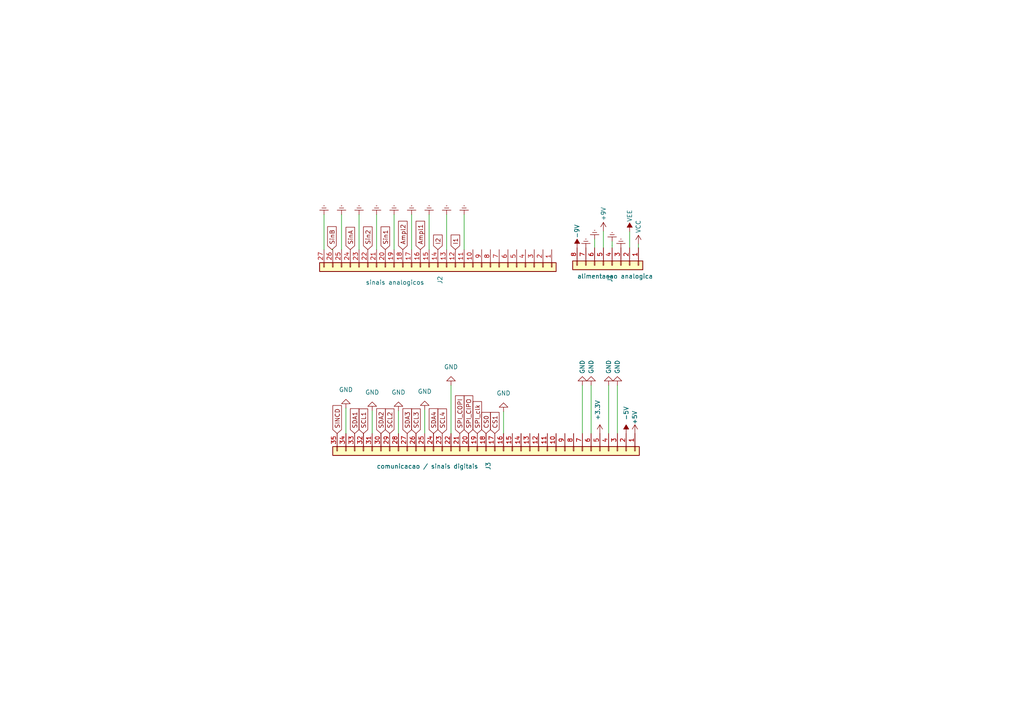
<source format=kicad_sch>
(kicad_sch (version 20230121) (generator eeschema)
  (paper "A4")
  (title_block (title "Fonte de tensao LM675") (date "2023-08-14") (rev "v02") (company "EITduino") (comment 1 "Autor: Gustavo Pinheiro") (comment 2 "Barramento proposto para uma placa 90x100 mm") (comment 3 "Placa face simples") (comment 4 "Pinos AGND e DGND"))
  (lib_symbols
    (symbol "Connector_Generic:Conn_01x08" (pin_names (offset 1.016) hide)
      (property "Reference" "J" (at 0 10.16 0))
      (property "Value" "Conn_01x08" (at 0 -12.7 0))
      (symbol "Conn_01x08_1_1"
        (rectangle (start -1.27 -10.033) (end 0 -10.287) (stroke (width 0.1524)))
        (rectangle (start -1.27 -7.493) (end 0 -7.747) (stroke (width 0.1524)))
        (rectangle (start -1.27 -4.953) (end 0 -5.207) (stroke (width 0.1524)))
        (rectangle (start -1.27 -2.413) (end 0 -2.667) (stroke (width 0.1524)))
        (rectangle (start -1.27 0.127) (end 0 -0.127) (stroke (width 0.1524)))
        (rectangle (start -1.27 2.667) (end 0 2.413) (stroke (width 0.1524)))
        (rectangle (start -1.27 5.207) (end 0 4.953) (stroke (width 0.1524)))
        (rectangle (start -1.27 7.747) (end 0 7.493) (stroke (width 0.1524)))
        (rectangle (start -1.27 8.89) (end 1.27 -11.43) (stroke (width 0.254)) (fill (type background)))
        (pin passive line (at -5.08 7.62 0) (length 3.81) (name "Pin_1") (number "1"))
        (pin passive line (at -5.08 5.08 0) (length 3.81) (name "Pin_2") (number "2"))
        (pin passive line (at -5.08 2.54 0) (length 3.81) (name "Pin_3") (number "3"))
        (pin passive line (at -5.08 0 0) (length 3.81) (name "Pin_4") (number "4"))
        (pin passive line (at -5.08 -2.54 0) (length 3.81) (name "Pin_5") (number "5"))
        (pin passive line (at -5.08 -5.08 0) (length 3.81) (name "Pin_6") (number "6"))
        (pin passive line (at -5.08 -7.62 0) (length 3.81) (name "Pin_7") (number "7"))
        (pin passive line (at -5.08 -10.16 0) (length 3.81) (name "Pin_8") (number "8"))
      )
    )
    (symbol "Connector_Generic:Conn_01x27" (pin_names (offset 1.016) hide)
      (property "Reference" "J" (at 0 35.56 0))
      (property "Value" "Conn_01x27" (at 0 -35.56 0))
      (symbol "Conn_01x27_1_1"
        (rectangle (start -1.27 -32.893) (end 0 -33.147) (stroke (width 0.1524)))
        (rectangle (start -1.27 -30.353) (end 0 -30.607) (stroke (width 0.1524)))
        (rectangle (start -1.27 -27.813) (end 0 -28.067) (stroke (width 0.1524)))
        (rectangle (start -1.27 -25.273) (end 0 -25.527) (stroke (width 0.1524)))
        (rectangle (start -1.27 -22.733) (end 0 -22.987) (stroke (width 0.1524)))
        (rectangle (start -1.27 -20.193) (end 0 -20.447) (stroke (width 0.1524)))
        (rectangle (start -1.27 -17.653) (end 0 -17.907) (stroke (width 0.1524)))
        (rectangle (start -1.27 -15.113) (end 0 -15.367) (stroke (width 0.1524)))
        (rectangle (start -1.27 -12.573) (end 0 -12.827) (stroke (width 0.1524)))
        (rectangle (start -1.27 -10.033) (end 0 -10.287) (stroke (width 0.1524)))
        (rectangle (start -1.27 -7.493) (end 0 -7.747) (stroke (width 0.1524)))
        (rectangle (start -1.27 -4.953) (end 0 -5.207) (stroke (width 0.1524)))
        (rectangle (start -1.27 -2.413) (end 0 -2.667) (stroke (width 0.1524)))
        (rectangle (start -1.27 0.127) (end 0 -0.127) (stroke (width 0.1524)))
        (rectangle (start -1.27 2.667) (end 0 2.413) (stroke (width 0.1524)))
        (rectangle (start -1.27 5.207) (end 0 4.953) (stroke (width 0.1524)))
        (rectangle (start -1.27 7.747) (end 0 7.493) (stroke (width 0.1524)))
        (rectangle (start -1.27 10.287) (end 0 10.033) (stroke (width 0.1524)))
        (rectangle (start -1.27 12.827) (end 0 12.573) (stroke (width 0.1524)))
        (rectangle (start -1.27 15.367) (end 0 15.113) (stroke (width 0.1524)))
        (rectangle (start -1.27 17.907) (end 0 17.653) (stroke (width 0.1524)))
        (rectangle (start -1.27 20.447) (end 0 20.193) (stroke (width 0.1524)))
        (rectangle (start -1.27 22.987) (end 0 22.733) (stroke (width 0.1524)))
        (rectangle (start -1.27 25.527) (end 0 25.273) (stroke (width 0.1524)))
        (rectangle (start -1.27 28.067) (end 0 27.813) (stroke (width 0.1524)))
        (rectangle (start -1.27 30.607) (end 0 30.353) (stroke (width 0.1524)))
        (rectangle (start -1.27 33.147) (end 0 32.893) (stroke (width 0.1524)))
        (rectangle (start -1.27 34.29) (end 1.27 -34.29) (stroke (width 0.254)) (fill (type background)))
        (pin passive line (at -5.08 33.02 0) (length 3.81) (name "Pin_1") (number "1"))
        (pin passive line (at -5.08 10.16 0) (length 3.81) (name "Pin_10") (number "10"))
        (pin passive line (at -5.08 7.62 0) (length 3.81) (name "Pin_11") (number "11"))
        (pin passive line (at -5.08 5.08 0) (length 3.81) (name "Pin_12") (number "12"))
        (pin passive line (at -5.08 2.54 0) (length 3.81) (name "Pin_13") (number "13"))
        (pin passive line (at -5.08 0 0) (length 3.81) (name "Pin_14") (number "14"))
        (pin passive line (at -5.08 -2.54 0) (length 3.81) (name "Pin_15") (number "15"))
        (pin passive line (at -5.08 -5.08 0) (length 3.81) (name "Pin_16") (number "16"))
        (pin passive line (at -5.08 -7.62 0) (length 3.81) (name "Pin_17") (number "17"))
        (pin passive line (at -5.08 -10.16 0) (length 3.81) (name "Pin_18") (number "18"))
        (pin passive line (at -5.08 -12.7 0) (length 3.81) (name "Pin_19") (number "19"))
        (pin passive line (at -5.08 30.48 0) (length 3.81) (name "Pin_2") (number "2"))
        (pin passive line (at -5.08 -15.24 0) (length 3.81) (name "Pin_20") (number "20"))
        (pin passive line (at -5.08 -17.78 0) (length 3.81) (name "Pin_21") (number "21"))
        (pin passive line (at -5.08 -20.32 0) (length 3.81) (name "Pin_22") (number "22"))
        (pin passive line (at -5.08 -22.86 0) (length 3.81) (name "Pin_23") (number "23"))
        (pin passive line (at -5.08 -25.4 0) (length 3.81) (name "Pin_24") (number "24"))
        (pin passive line (at -5.08 -27.94 0) (length 3.81) (name "Pin_25") (number "25"))
        (pin passive line (at -5.08 -30.48 0) (length 3.81) (name "Pin_26") (number "26"))
        (pin passive line (at -5.08 -33.02 0) (length 3.81) (name "Pin_27") (number "27"))
        (pin passive line (at -5.08 27.94 0) (length 3.81) (name "Pin_3") (number "3"))
        (pin passive line (at -5.08 25.4 0) (length 3.81) (name "Pin_4") (number "4"))
        (pin passive line (at -5.08 22.86 0) (length 3.81) (name "Pin_5") (number "5"))
        (pin passive line (at -5.08 20.32 0) (length 3.81) (name "Pin_6") (number "6"))
        (pin passive line (at -5.08 17.78 0) (length 3.81) (name "Pin_7") (number "7"))
        (pin passive line (at -5.08 15.24 0) (length 3.81) (name "Pin_8") (number "8"))
        (pin passive line (at -5.08 12.7 0) (length 3.81) (name "Pin_9") (number "9"))
      )
    )
    (symbol "Connector_Generic:Conn_01x35" (pin_names (offset 1.016) hide)
      (property "Reference" "J" (at 0 45.72 0))
      (property "Value" "Conn_01x35" (at 0 -45.72 0))
      (symbol "Conn_01x35_1_1"
        (rectangle (start -1.27 -43.053) (end 0 -43.307) (stroke (width 0.1524)))
        (rectangle (start -1.27 -40.513) (end 0 -40.767) (stroke (width 0.1524)))
        (rectangle (start -1.27 -37.973) (end 0 -38.227) (stroke (width 0.1524)))
        (rectangle (start -1.27 -35.433) (end 0 -35.687) (stroke (width 0.1524)))
        (rectangle (start -1.27 -32.893) (end 0 -33.147) (stroke (width 0.1524)))
        (rectangle (start -1.27 -30.353) (end 0 -30.607) (stroke (width 0.1524)))
        (rectangle (start -1.27 -27.813) (end 0 -28.067) (stroke (width 0.1524)))
        (rectangle (start -1.27 -25.273) (end 0 -25.527) (stroke (width 0.1524)))
        (rectangle (start -1.27 -22.733) (end 0 -22.987) (stroke (width 0.1524)))
        (rectangle (start -1.27 -20.193) (end 0 -20.447) (stroke (width 0.1524)))
        (rectangle (start -1.27 -17.653) (end 0 -17.907) (stroke (width 0.1524)))
        (rectangle (start -1.27 -15.113) (end 0 -15.367) (stroke (width 0.1524)))
        (rectangle (start -1.27 -12.573) (end 0 -12.827) (stroke (width 0.1524)))
        (rectangle (start -1.27 -10.033) (end 0 -10.287) (stroke (width 0.1524)))
        (rectangle (start -1.27 -7.493) (end 0 -7.747) (stroke (width 0.1524)))
        (rectangle (start -1.27 -4.953) (end 0 -5.207) (stroke (width 0.1524)))
        (rectangle (start -1.27 -2.413) (end 0 -2.667) (stroke (width 0.1524)))
        (rectangle (start -1.27 0.127) (end 0 -0.127) (stroke (width 0.1524)))
        (rectangle (start -1.27 2.667) (end 0 2.413) (stroke (width 0.1524)))
        (rectangle (start -1.27 5.207) (end 0 4.953) (stroke (width 0.1524)))
        (rectangle (start -1.27 7.747) (end 0 7.493) (stroke (width 0.1524)))
        (rectangle (start -1.27 10.287) (end 0 10.033) (stroke (width 0.1524)))
        (rectangle (start -1.27 12.827) (end 0 12.573) (stroke (width 0.1524)))
        (rectangle (start -1.27 15.367) (end 0 15.113) (stroke (width 0.1524)))
        (rectangle (start -1.27 17.907) (end 0 17.653) (stroke (width 0.1524)))
        (rectangle (start -1.27 20.447) (end 0 20.193) (stroke (width 0.1524)))
        (rectangle (start -1.27 22.987) (end 0 22.733) (stroke (width 0.1524)))
        (rectangle (start -1.27 25.527) (end 0 25.273) (stroke (width 0.1524)))
        (rectangle (start -1.27 28.067) (end 0 27.813) (stroke (width 0.1524)))
        (rectangle (start -1.27 30.607) (end 0 30.353) (stroke (width 0.1524)))
        (rectangle (start -1.27 33.147) (end 0 32.893) (stroke (width 0.1524)))
        (rectangle (start -1.27 35.687) (end 0 35.433) (stroke (width 0.1524)))
        (rectangle (start -1.27 38.227) (end 0 37.973) (stroke (width 0.1524)))
        (rectangle (start -1.27 40.767) (end 0 40.513) (stroke (width 0.1524)))
        (rectangle (start -1.27 43.307) (end 0 43.053) (stroke (width 0.1524)))
        (rectangle (start -1.27 44.45) (end 1.27 -44.45) (stroke (width 0.254)) (fill (type background)))
        (pin passive line (at -5.08 43.18 0) (length 3.81) (name "Pin_1") (number "1"))
        (pin passive line (at -5.08 20.32 0) (length 3.81) (name "Pin_10") (number "10"))
        (pin passive line (at -5.08 17.78 0) (length 3.81) (name "Pin_11") (number "11"))
        (pin passive line (at -5.08 15.24 0) (length 3.81) (name "Pin_12") (number "12"))
        (pin passive line (at -5.08 12.7 0) (length 3.81) (name "Pin_13") (number "13"))
        (pin passive line (at -5.08 10.16 0) (length 3.81) (name "Pin_14") (number "14"))
        (pin passive line (at -5.08 7.62 0) (length 3.81) (name "Pin_15") (number "15"))
        (pin passive line (at -5.08 5.08 0) (length 3.81) (name "Pin_16") (number "16"))
        (pin passive line (at -5.08 2.54 0) (length 3.81) (name "Pin_17") (number "17"))
        (pin passive line (at -5.08 0 0) (length 3.81) (name "Pin_18") (number "18"))
        (pin passive line (at -5.08 -2.54 0) (length 3.81) (name "Pin_19") (number "19"))
        (pin passive line (at -5.08 40.64 0) (length 3.81) (name "Pin_2") (number "2"))
        (pin passive line (at -5.08 -5.08 0) (length 3.81) (name "Pin_20") (number "20"))
        (pin passive line (at -5.08 -7.62 0) (length 3.81) (name "Pin_21") (number "21"))
        (pin passive line (at -5.08 -10.16 0) (length 3.81) (name "Pin_22") (number "22"))
        (pin passive line (at -5.08 -12.7 0) (length 3.81) (name "Pin_23") (number "23"))
        (pin passive line (at -5.08 -15.24 0) (length 3.81) (name "Pin_24") (number "24"))
        (pin passive line (at -5.08 -17.78 0) (length 3.81) (name "Pin_25") (number "25"))
        (pin passive line (at -5.08 -20.32 0) (length 3.81) (name "Pin_26") (number "26"))
        (pin passive line (at -5.08 -22.86 0) (length 3.81) (name "Pin_27") (number "27"))
        (pin passive line (at -5.08 -25.4 0) (length 3.81) (name "Pin_28") (number "28"))
        (pin passive line (at -5.08 -27.94 0) (length 3.81) (name "Pin_29") (number "29"))
        (pin passive line (at -5.08 38.1 0) (length 3.81) (name "Pin_3") (number "3"))
        (pin passive line (at -5.08 -30.48 0) (length 3.81) (name "Pin_30") (number "30"))
        (pin passive line (at -5.08 -33.02 0) (length 3.81) (name "Pin_31") (number "31"))
        (pin passive line (at -5.08 -35.56 0) (length 3.81) (name "Pin_32") (number "32"))
        (pin passive line (at -5.08 -38.1 0) (length 3.81) (name "Pin_33") (number "33"))
        (pin passive line (at -5.08 -40.64 0) (length 3.81) (name "Pin_34") (number "34"))
        (pin passive line (at -5.08 -43.18 0) (length 3.81) (name "Pin_35") (number "35"))
        (pin passive line (at -5.08 35.56 0) (length 3.81) (name "Pin_4") (number "4"))
        (pin passive line (at -5.08 33.02 0) (length 3.81) (name "Pin_5") (number "5"))
        (pin passive line (at -5.08 30.48 0) (length 3.81) (name "Pin_6") (number "6"))
        (pin passive line (at -5.08 27.94 0) (length 3.81) (name "Pin_7") (number "7"))
        (pin passive line (at -5.08 25.4 0) (length 3.81) (name "Pin_8") (number "8"))
        (pin passive line (at -5.08 22.86 0) (length 3.81) (name "Pin_9") (number "9"))
      )
    )
    (symbol "power:+3.3V" (power) (pin_names (offset 0))
      (property "Value" "+3.3V" (at 0 3.556 0))
      (symbol "+3.3V_0_1"
        (polyline (pts (xy -0.762 1.27) (xy 0 2.54)))
        (polyline (pts (xy 0 0) (xy 0 2.54)))
        (polyline (pts (xy 0 2.54) (xy 0.762 1.27)))
      )
      (symbol "+3.3V_1_1"
        (pin power_in line (at 0 0 90) (length 0) hide (name "+3.3V") (number "1"))
      )
    )
    (symbol "power:+5V" (power) (pin_names (offset 0))
      (property "Value" "+5V" (at 0 3.556 0))
      (symbol "+5V_0_1"
        (polyline (pts (xy -0.762 1.27) (xy 0 2.54)))
        (polyline (pts (xy 0 0) (xy 0 2.54)))
        (polyline (pts (xy 0 2.54) (xy 0.762 1.27)))
      )
      (symbol "+5V_1_1"
        (pin power_in line (at 0 0 90) (length 0) hide (name "+5V") (number "1"))
      )
    )
    (symbol "power:+9V" (power) (pin_names (offset 0))
      (property "Value" "+9V" (at 0 3.556 0))
      (symbol "+9V_0_1"
        (polyline (pts (xy -0.762 1.27) (xy 0 2.54)))
        (polyline (pts (xy 0 0) (xy 0 2.54)))
        (polyline (pts (xy 0 2.54) (xy 0.762 1.27)))
      )
      (symbol "+9V_1_1"
        (pin power_in line (at 0 0 90) (length 0) hide (name "+9V") (number "1"))
      )
    )
    (symbol "power:-5V" (power) (pin_names (offset 0))
      (property "Value" "-5V" (at 0 3.81 0))
      (symbol "-5V_0_0"
        (pin power_in line (at 0 0 90) (length 0) hide (name "-5V") (number "1"))
      )
      (symbol "-5V_0_1"
        (polyline (pts (xy 0 0) (xy 0 1.27) (xy 0.762 1.27) (xy 0 2.54) (xy -0.762 1.27) (xy 0 1.27)) (fill (type outline)))
      )
    )
    (symbol "power:-9V" (power) (pin_names (offset 0))
      (property "Value" "-9V" (at 0 3.81 0))
      (symbol "-9V_0_1"
        (polyline (pts (xy 0 0) (xy 0 2.54)))
        (polyline (pts (xy 0.762 1.27) (xy -0.762 1.27) (xy 0 2.54) (xy 0.762 1.27)) (fill (type outline)))
      )
      (symbol "-9V_1_1"
        (pin power_in line (at 0 0 90) (length 0) hide (name "-9V") (number "1"))
      )
    )
    (symbol "power:Earth" (power) (pin_names (offset 0))
      (symbol "Earth_0_1"
        (polyline (pts (xy -0.635 -1.905) (xy 0.635 -1.905)))
        (polyline (pts (xy -0.127 -2.54) (xy 0.127 -2.54)))
        (polyline (pts (xy 0 -1.27) (xy 0 0)))
        (polyline (pts (xy 1.27 -1.27) (xy -1.27 -1.27)))
      )
      (symbol "Earth_1_1"
        (pin power_in line (at 0 0 270) (length 0) hide (name "Earth") (number "1"))
      )
    )
    (symbol "power:GND" (power) (pin_names (offset 0))
      (property "Value" "GND" (at 0 -3.81 0))
      (symbol "GND_0_1"
        (polyline (pts (xy 0 0) (xy 0 -1.27) (xy 1.27 -1.27) (xy 0 -2.54) (xy -1.27 -1.27) (xy 0 -1.27)))
      )
      (symbol "GND_1_1"
        (pin power_in line (at 0 0 270) (length 0) hide (name "GND") (number "1"))
      )
    )
    (symbol "power:VCC" (power) (pin_names (offset 0))
      (property "Value" "VCC" (at 0 3.81 0))
      (symbol "VCC_0_1"
        (polyline (pts (xy -0.762 1.27) (xy 0 2.54)))
        (polyline (pts (xy 0 0) (xy 0 2.54)))
        (polyline (pts (xy 0 2.54) (xy 0.762 1.27)))
      )
      (symbol "VCC_1_1"
        (pin power_in line (at 0 0 90) (length 0) hide (name "VCC") (number "1"))
      )
    )
    (symbol "power:VEE" (power) (pin_names (offset 0))
      (property "Value" "VEE" (at 0 3.81 0))
      (symbol "VEE_0_1"
        (polyline (pts (xy 0 0) (xy 0 2.54)))
        (polyline (pts (xy 0.762 1.27) (xy -0.762 1.27) (xy 0 2.54) (xy 0.762 1.27)) (fill (type outline)))
      )
      (symbol "VEE_1_1"
        (pin power_in line (at 0 0 90) (length 0) hide (name "VEE") (number "1"))
      )
    )
  )
  (wire (pts (xy 93.98 62.23) (xy 93.98 72.39)))
  (wire (pts (xy 175.006 67.056) (xy 175.006 71.882)))
  (wire (pts (xy 104.14 62.23) (xy 104.14 72.39)))
  (wire (pts (xy 168.91 111.76) (xy 168.91 125.73)))
  (wire (pts (xy 107.95 119.126) (xy 107.95 125.73)))
  (wire (pts (xy 171.45 111.76) (xy 171.45 125.73)))
  (wire (pts (xy 177.5443 71.202) (xy 177.546 71.202)))
  (wire (pts (xy 99.06 62.23) (xy 99.06 72.39)))
  (wire (pts (xy 129.54 62.23) (xy 129.54 72.39)))
  (wire (pts (xy 177.5443 69.9906) (xy 177.5443 71.202)))
  (wire (pts (xy 172.466 69.342) (xy 172.466 71.882)))
  (wire (pts (xy 146.05 119.38) (xy 146.05 125.73)))
  (wire (pts (xy 134.62 62.23) (xy 134.62 72.39)))
  (wire (pts (xy 182.6262 67.1989) (xy 182.6262 71.882)))
  (wire (pts (xy 182.6262 71.882) (xy 182.626 71.882)))
  (wire (pts (xy 177.546 71.202) (xy 177.546 71.882)))
  (wire (pts (xy 114.3 62.23) (xy 114.3 72.39)))
  (wire (pts (xy 176.53 111.76) (xy 176.53 125.73)))
  (wire (pts (xy 115.57 119.126) (xy 115.57 125.73)))
  (wire (pts (xy 185.1672 70.775) (xy 185.1672 71.882)))
  (wire (pts (xy 179.07 111.76) (xy 179.07 125.73)))
  (wire (pts (xy 185.166 71.882) (xy 185.1672 71.882)))
  (wire (pts (xy 96.52 72.39) (xy 96.266 72.39)))
  (wire (pts (xy 100.33 118.364) (xy 100.33 125.73)))
  (wire (pts (xy 119.38 62.23) (xy 119.38 72.39)))
  (wire (pts (xy 123.19 118.872) (xy 123.19 125.73)))
  (wire (pts (xy 109.22 62.23) (xy 109.22 72.39)))
  (wire (pts (xy 130.81 111.76) (xy 130.81 125.73)))
  (wire (pts (xy 124.46 62.23) (xy 124.46 72.39)))
  (global_label "SPI_clk" (shape input) (at 138.43 125.73 90) (property "Intersheetrefs" "${INTERSHEET_REFS}" (effects hide)))
  (global_label "I1" (shape input) (at 132.08 72.39 90) (property "Intersheetrefs" "${INTERSHEET_REFS}" (effects hide)))
  (global_label "SDA3" (shape input) (at 118.11 125.73 90) (property "Intersheetrefs" "${INTERSHEET_REFS}" (effects hide)))
  (global_label "CS1" (shape input) (at 143.51 125.73 90) (property "Intersheetrefs" "${INTERSHEET_REFS}" (effects hide)))
  (global_label "SDA2" (shape input) (at 110.49 125.73 90) (property "Intersheetrefs" "${INTERSHEET_REFS}" (effects hide)))
  (global_label "Ampl1" (shape input) (at 121.92 72.39 90) (property "Intersheetrefs" "${INTERSHEET_REFS}" (effects hide)))
  (global_label "SDA1" (shape input) (at 102.87 125.73 90) (property "Intersheetrefs" "${INTERSHEET_REFS}" (effects hide)))
  (global_label "Ampl2" (shape input) (at 116.84 72.39 90) (property "Intersheetrefs" "${INTERSHEET_REFS}" (effects hide)))
  (global_label "SCL2" (shape input) (at 113.03 125.73 90) (property "Intersheetrefs" "${INTERSHEET_REFS}" (effects hide)))
  (global_label "SCL3" (shape input) (at 120.65 125.73 90) (property "Intersheetrefs" "${INTERSHEET_REFS}" (effects hide)))
  (global_label "Sin2" (shape input) (at 106.68 72.39 90) (property "Intersheetrefs" "${INTERSHEET_REFS}" (effects hide)))
  (global_label "SCL4" (shape input) (at 128.27 125.73 90) (property "Intersheetrefs" "${INTERSHEET_REFS}" (effects hide)))
  (global_label "SPI_CIPO" (shape input) (at 135.89 125.73 90) (property "Intersheetrefs" "${INTERSHEET_REFS}" (effects hide)))
  (global_label "SinA" (shape input) (at 101.6 72.39 90) (property "Intersheetrefs" "${INTERSHEET_REFS}" (effects hide)))
  (global_label "SINCD" (shape input) (at 97.79 125.73 90) (property "Intersheetrefs" "${INTERSHEET_REFS}" (effects hide)))
  (global_label "I2" (shape input) (at 127 72.39 90) (property "Intersheetrefs" "${INTERSHEET_REFS}" (effects hide)))
  (global_label "CS0" (shape input) (at 140.97 125.73 90) (property "Intersheetrefs" "${INTERSHEET_REFS}" (effects hide)))
  (global_label "SinB" (shape input) (at 96.266 72.39 90) (property "Intersheetrefs" "${INTERSHEET_REFS}" (effects hide)))
  (global_label "Sin1" (shape input) (at 111.76 72.39 90) (property "Intersheetrefs" "${INTERSHEET_REFS}" (effects hide)))
  (global_label "SCL1" (shape input) (at 105.41 125.73 90) (property "Intersheetrefs" "${INTERSHEET_REFS}" (effects hide)))
  (global_label "SPI_COPI" (shape input) (at 133.35 125.73 90) (property "Intersheetrefs" "${INTERSHEET_REFS}" (effects hide)))
  (global_label "SDA4" (shape input) (at 125.73 125.73 90) (property "Intersheetrefs" "${INTERSHEET_REFS}" (effects hide)))
  (symbol (lib_id "power:GND") (at 179.07 111.76 180) (unit 1)
    (property "Reference" "#PWR015" (effects hide))
    (property "Value" "GND" (at 179.07 106.426 90))
  )
  (symbol (lib_id "power:Earth") (at 114.3 62.23 180) (unit 1)
    (property "Reference" "#PWR07" (effects hide))
    (property "Value" "Earth" (effects hide))
  )
  (symbol (lib_id "power:Earth") (at 129.54 62.23 180) (unit 1)
    (property "Reference" "#PWR027" (effects hide))
    (property "Value" "Earth" (effects hide))
  )
  (symbol (lib_id "power:+3.3V") (at 173.99 125.73 0) (unit 1)
    (property "Reference" "#PWR0130" (effects hide))
    (property "Value" "+3.3V" (at 173.355 121.92 90) (effects (justify left)))
  )
  (symbol (lib_id "power:GND") (at 123.19 118.872 180) (unit 1)
    (property "Reference" "#PWR012" (effects hide))
    (property "Value" "GND" (at 123.19 113.538 0))
  )
  (symbol (lib_id "Connector_Generic:Conn_01x27") (at 127 77.47 270) (unit 1)
    (property "Reference" "J2" (at 127.635 80.01 0) (effects (justify left)))
    (property "Value" "sinais analogicos" (at 106.045 81.915 90) (effects (justify left)))
    (property "Footprint" "Connector_PinHeader_2.54mm:PinHeader_1x27_P2.54mm_Vertical" (effects hide))
  )
  (symbol (lib_id "power:VEE") (at 182.6262 67.1989 0) (unit 1)
    (property "Reference" "#PWR0123" (effects hide))
    (property "Value" "VEE" (at 182.6224 62.5885 90))
  )
  (symbol (lib_id "Connector_Generic:Conn_01x08") (at 177.546 76.962 270) (unit 1)
    (property "Reference" "J1" (at 176.911 79.502 0) (effects (justify left)))
    (property "Value" "alimentacao analogica" (at 167.386 80.137 90) (effects (justify left)))
    (property "Footprint" "Connector_PinHeader_2.54mm:PinHeader_1x08_P2.54mm_Vertical" (effects hide))
  )
  (symbol (lib_id "power:Earth") (at 99.06 62.23 180) (unit 1)
    (property "Reference" "#PWR06" (effects hide))
    (property "Value" "Earth" (effects hide))
  )
  (symbol (lib_id "power:Earth") (at 119.38 62.23 180) (unit 1)
    (property "Reference" "#PWR02" (effects hide))
    (property "Value" "Earth" (effects hide))
  )
  (symbol (lib_id "power:GND") (at 115.57 119.126 180) (unit 1)
    (property "Reference" "#PWR011" (effects hide))
    (property "Value" "GND" (at 115.57 113.792 0))
  )
  (symbol (lib_id "power:Earth") (at 93.98 62.23 180) (unit 1)
    (property "Reference" "#PWR026" (effects hide))
    (property "Value" "Earth" (effects hide))
  )
  (symbol (lib_id "power:GND") (at 107.95 119.126 180) (unit 1)
    (property "Reference" "#PWR010" (effects hide))
    (property "Value" "GND" (at 107.95 113.792 0))
  )
  (symbol (lib_id "power:-5V") (at 181.61 125.73 0) (unit 1)
    (property "Reference" "#PWR0128" (effects hide))
    (property "Value" "-5V" (at 181.61 121.92 90) (effects (justify left)))
  )
  (symbol (lib_id "power:GND") (at 130.81 111.76 180) (unit 1)
    (property "Reference" "#PWR014" (effects hide))
    (property "Value" "GND" (at 130.81 106.426 0))
  )
  (symbol (lib_id "power:-9V") (at 167.386 71.882 0) (unit 1)
    (property "Reference" "#PWR0127" (effects hide))
    (property "Value" "-9V" (at 167.3522 69.1367 90) (effects (justify left)))
  )
  (symbol (lib_id "power:Earth") (at 180.086 71.882 180) (unit 1)
    (property "Reference" "#PWR0125" (effects hide))
    (property "Value" "Earth" (effects hide))
  )
  (symbol (lib_id "power:Earth") (at 169.926 71.882 180) (unit 1)
    (property "Reference" "#PWR023" (effects hide))
    (property "Value" "Earth" (effects hide))
  )
  (symbol (lib_id "power:+5V") (at 184.15 125.73 0) (unit 1)
    (property "Reference" "#PWR0129" (effects hide))
    (property "Value" "+5V" (at 184.0959 123.1815 90) (effects (justify left)))
  )
  (symbol (lib_id "power:Earth") (at 104.14 62.23 180) (unit 1)
    (property "Reference" "#PWR04" (effects hide))
    (property "Value" "Earth" (effects hide))
  )
  (symbol (lib_id "Connector_Generic:Conn_01x35") (at 140.97 130.81 270) (unit 1)
    (property "Reference" "J3" (at 141.605 133.985 0) (effects (justify left)))
    (property "Value" "comunicacao / sinais digitais" (at 109.22 135.255 90) (effects (justify left)))
    (property "Footprint" "Connector_PinHeader_2.54mm:PinHeader_1x35_P2.54mm_Vertical" (effects hide))
  )
  (symbol (lib_id "power:Earth") (at 172.466 69.342 180) (unit 1)
    (property "Reference" "#PWR024" (effects hide))
    (property "Value" "Earth" (effects hide))
  )
  (symbol (lib_id "power:GND") (at 168.91 111.76 180) (unit 1)
    (property "Reference" "#PWR01" (effects hide))
    (property "Value" "GND" (at 168.91 106.426 90))
  )
  (symbol (lib_id "power:Earth") (at 109.22 62.23 180) (unit 1)
    (property "Reference" "#PWR03" (effects hide))
    (property "Value" "Earth" (effects hide))
  )
  (symbol (lib_id "power:Earth") (at 177.5443 69.9906 180) (unit 1)
    (property "Reference" "#PWR025" (effects hide))
    (property "Value" "Earth" (effects hide))
  )
  (symbol (lib_id "power:GND") (at 176.53 111.76 180) (unit 1)
    (property "Reference" "#PWR013" (effects hide))
    (property "Value" "GND" (at 176.53 106.426 90))
  )
  (symbol (lib_id "power:VCC") (at 185.1672 70.775 0) (unit 1)
    (property "Reference" "#PWR0124" (effects hide))
    (property "Value" "VCC" (at 185.1409 65.7168 90))
  )
  (symbol (lib_id "power:+9V") (at 175.006 67.056 0) (unit 1)
    (property "Reference" "#PWR0131" (effects hide))
    (property "Value" "+9V" (at 175.0403 64.0996 90) (effects (justify left)))
  )
  (symbol (lib_id "power:Earth") (at 124.46 62.23 180) (unit 1)
    (property "Reference" "#PWR08" (effects hide))
    (property "Value" "Earth" (effects hide))
  )
  (symbol (lib_id "power:GND") (at 100.33 118.364 180) (unit 1)
    (property "Reference" "#PWR028" (effects hide))
    (property "Value" "GND" (at 100.33 113.03 0))
  )
  (symbol (lib_id "power:GND") (at 146.05 119.38 180) (unit 1)
    (property "Reference" "#PWR016" (effects hide))
    (property "Value" "GND" (at 146.05 114.046 0))
  )
  (symbol (lib_id "power:GND") (at 171.45 111.76 180) (unit 1)
    (property "Reference" "#PWR05" (effects hide))
    (property "Value" "GND" (at 171.45 106.426 90))
  )
  (symbol (lib_id "power:Earth") (at 134.62 62.23 180) (unit 1)
    (property "Reference" "#PWR09" (effects hide))
    (property "Value" "Earth" (effects hide))
  )
)
</source>
